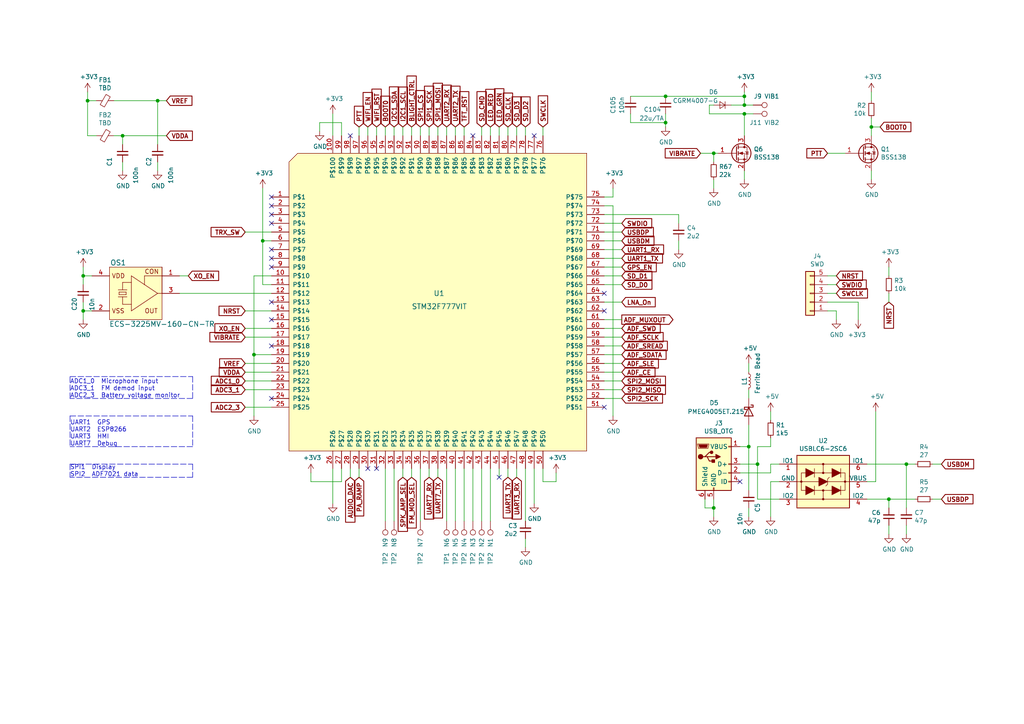
<source format=kicad_sch>
(kicad_sch (version 20211123) (generator eeschema)
  (paper "A4")
  (title_block (title "Microcontroller") (comment 3 "Author: DB9MAT Mathis, SO3ALG Nikoloz, SP5WWP Wojciech") (comment 4 "TR-9 Open Source Digital Radio"))
  (junction (at 262.89 134.62))
  (junction (at 215.9 33.02))
  (junction (at 215.9 27.94))
  (junction (at 35.56 39.37))
  (junction (at 24.13 90.17))
  (junction (at 45.72 29.21))
  (junction (at 193.04 27.94))
  (junction (at 73.66 102.87))
  (junction (at 207.01 44.45))
  (junction (at 24.13 80.01))
  (junction (at 25.4 29.21))
  (junction (at 252.73 36.83))
  (junction (at 76.2 69.85))
  (junction (at 215.9 30.48))
  (junction (at 207.01 147.32))
  (junction (at 219.71 134.62))
  (junction (at 257.81 144.78))
  (junction (at 217.17 129.54))
  (junction (at 193.04 35.56))
  (no_connect (at 78.74 59.69))
  (no_connect (at 78.74 72.39))
  (no_connect (at 78.74 92.71))
  (no_connect (at 175.26 90.17))
  (no_connect (at 175.26 118.11))
  (no_connect (at 101.6 39.37))
  (no_connect (at 78.74 77.47))
  (no_connect (at 78.74 74.93))
  (no_connect (at 78.74 100.33))
  (no_connect (at 144.78 138.43))
  (no_connect (at 175.26 85.09))
  (no_connect (at 137.16 39.37))
  (no_connect (at 154.94 39.37))
  (no_connect (at 78.74 57.15))
  (no_connect (at 78.74 115.57))
  (no_connect (at 78.74 87.63))
  (no_connect (at 214.63 139.7))
  (no_connect (at 109.22 135.89))
  (no_connect (at 78.74 64.77))
  (no_connect (at 106.68 135.89))
  (no_connect (at 78.74 62.23))
  (wire (pts (xy 35.56 39.37) (xy 48.26 39.37)))
  (wire (pts (xy 99.06 39.37) (xy 99.06 35.56)))
  (wire (pts (xy 99.06 135.89) (xy 99.06 139.7)))
  (wire (pts (xy 175.26 100.33) (xy 180.34 100.33)))
  (wire (pts (xy 182.88 33.02) (xy 182.88 35.56)))
  (wire (pts (xy 71.12 113.03) (xy 78.74 113.03)))
  (wire (pts (xy 175.26 74.93) (xy 180.34 74.93)))
  (wire (pts (xy 175.26 102.87) (xy 180.34 102.87)))
  (wire (pts (xy 251.46 144.78) (xy 257.81 144.78)))
  (wire (pts (xy 25.4 39.37) (xy 27.94 39.37)))
  (wire (pts (xy 161.29 139.7) (xy 161.29 137.16)))
  (wire (pts (xy 25.4 29.21) (xy 25.4 39.37)))
  (wire (pts (xy 157.48 135.89) (xy 157.48 139.7)))
  (wire (pts (xy 193.04 35.56) (xy 193.04 36.83)))
  (wire (pts (xy 101.6 135.89) (xy 101.6 138.43)))
  (wire (pts (xy 119.38 138.43) (xy 119.38 135.89)))
  (wire (pts (xy 144.78 138.43) (xy 144.78 135.89)))
  (wire (pts (xy 149.86 135.89) (xy 149.86 138.43)))
  (wire (pts (xy 71.12 90.17) (xy 78.74 90.17)))
  (wire (pts (xy 217.17 129.54) (xy 217.17 142.24)))
  (wire (pts (xy 252.73 34.29) (xy 252.73 36.83)))
  (wire (pts (xy 217.17 123.19) (xy 217.17 129.54)))
  (wire (pts (xy 73.66 102.87) (xy 78.74 102.87)))
  (polyline (pts (xy 55.88 115.57) (xy 20.32 115.57)))
  (polyline (pts (xy 55.88 120.65) (xy 55.88 129.54)))
  (wire (pts (xy 215.9 30.48) (xy 215.9 27.94)))
  (wire (pts (xy 142.24 135.89) (xy 142.24 151.13)))
  (wire (pts (xy 157.48 36.83) (xy 157.48 39.37)))
  (wire (pts (xy 152.4 135.89) (xy 152.4 151.13)))
  (wire (pts (xy 129.54 135.89) (xy 129.54 151.13)))
  (wire (pts (xy 223.52 137.16) (xy 214.63 137.16)))
  (wire (pts (xy 251.46 139.7) (xy 254 139.7)))
  (wire (pts (xy 177.8 57.15) (xy 177.8 54.61)))
  (wire (pts (xy 71.12 105.41) (xy 78.74 105.41)))
  (wire (pts (xy 154.94 135.89) (xy 154.94 146.05)))
  (wire (pts (xy 240.03 82.55) (xy 242.57 82.55)))
  (wire (pts (xy 215.9 27.94) (xy 193.04 27.94)))
  (wire (pts (xy 78.74 80.01) (xy 73.66 80.01)))
  (wire (pts (xy 251.46 134.62) (xy 262.89 134.62)))
  (wire (pts (xy 223.52 139.7) (xy 223.52 149.86)))
  (wire (pts (xy 142.24 36.83) (xy 142.24 39.37)))
  (wire (pts (xy 204.47 147.32) (xy 207.01 147.32)))
  (wire (pts (xy 99.06 139.7) (xy 90.17 139.7)))
  (wire (pts (xy 121.92 36.83) (xy 121.92 39.37)))
  (wire (pts (xy 245.11 44.45) (xy 240.03 44.45)))
  (wire (pts (xy 257.81 85.09) (xy 257.81 87.63)))
  (wire (pts (xy 175.26 80.01) (xy 180.34 80.01)))
  (wire (pts (xy 196.85 62.23) (xy 196.85 64.77)))
  (wire (pts (xy 134.62 36.83) (xy 134.62 39.37)))
  (wire (pts (xy 214.63 129.54) (xy 217.17 129.54)))
  (wire (pts (xy 175.26 69.85) (xy 180.34 69.85)))
  (wire (pts (xy 252.73 49.53) (xy 252.73 52.07)))
  (wire (pts (xy 99.06 35.56) (xy 92.71 35.56)))
  (wire (pts (xy 223.52 119.38) (xy 223.52 121.92)))
  (wire (pts (xy 134.62 135.89) (xy 134.62 151.13)))
  (wire (pts (xy 219.71 134.62) (xy 219.71 129.54)))
  (wire (pts (xy 54.61 80.01) (xy 52.07 80.01)))
  (wire (pts (xy 175.26 57.15) (xy 177.8 57.15)))
  (wire (pts (xy 157.48 139.7) (xy 161.29 139.7)))
  (wire (pts (xy 205.74 30.48) (xy 205.74 33.02)))
  (wire (pts (xy 207.01 147.32) (xy 207.01 149.86)))
  (wire (pts (xy 219.71 144.78) (xy 226.06 144.78)))
  (wire (pts (xy 223.52 134.62) (xy 223.52 137.16)))
  (wire (pts (xy 219.71 129.54) (xy 223.52 129.54)))
  (wire (pts (xy 104.14 138.43) (xy 104.14 135.89)))
  (wire (pts (xy 71.12 118.11) (xy 78.74 118.11)))
  (polyline (pts (xy 20.32 109.22) (xy 55.88 109.22)))
  (wire (pts (xy 109.22 36.83) (xy 109.22 39.37)))
  (wire (pts (xy 215.9 33.02) (xy 218.44 33.02)))
  (wire (pts (xy 242.57 90.17) (xy 242.57 92.71)))
  (wire (pts (xy 35.56 39.37) (xy 35.56 41.91)))
  (wire (pts (xy 78.74 95.25) (xy 71.12 95.25)))
  (wire (pts (xy 127 36.83) (xy 127 39.37)))
  (polyline (pts (xy 20.32 120.65) (xy 20.32 129.54)))
  (wire (pts (xy 90.17 139.7) (xy 90.17 137.16)))
  (wire (pts (xy 124.46 138.43) (xy 124.46 135.89)))
  (wire (pts (xy 223.52 129.54) (xy 223.52 127)))
  (wire (pts (xy 24.13 77.47) (xy 24.13 80.01)))
  (wire (pts (xy 175.26 95.25) (xy 180.34 95.25)))
  (wire (pts (xy 121.92 135.89) (xy 121.92 151.13)))
  (wire (pts (xy 262.89 134.62) (xy 265.43 134.62)))
  (wire (pts (xy 205.74 33.02) (xy 215.9 33.02)))
  (wire (pts (xy 78.74 67.31) (xy 71.12 67.31)))
  (wire (pts (xy 24.13 80.01) (xy 26.67 80.01)))
  (wire (pts (xy 71.12 107.95) (xy 78.74 107.95)))
  (wire (pts (xy 215.9 33.02) (xy 215.9 39.37)))
  (wire (pts (xy 175.26 115.57) (xy 180.34 115.57)))
  (wire (pts (xy 132.08 36.83) (xy 132.08 39.37)))
  (wire (pts (xy 217.17 147.32) (xy 217.17 149.86)))
  (wire (pts (xy 217.17 107.95) (xy 217.17 105.41)))
  (wire (pts (xy 24.13 90.17) (xy 24.13 92.71)))
  (wire (pts (xy 175.26 82.55) (xy 180.34 82.55)))
  (wire (pts (xy 96.52 135.89) (xy 96.52 146.05)))
  (wire (pts (xy 25.4 26.67) (xy 25.4 29.21)))
  (wire (pts (xy 207.01 144.78) (xy 207.01 147.32)))
  (wire (pts (xy 226.06 139.7) (xy 223.52 139.7)))
  (wire (pts (xy 119.38 36.83) (xy 119.38 39.37)))
  (wire (pts (xy 139.7 135.89) (xy 139.7 151.13)))
  (wire (pts (xy 240.03 90.17) (xy 242.57 90.17)))
  (wire (pts (xy 257.81 77.47) (xy 257.81 80.01)))
  (wire (pts (xy 71.12 110.49) (xy 78.74 110.49)))
  (wire (pts (xy 254 139.7) (xy 254 119.38)))
  (wire (pts (xy 262.89 152.4) (xy 262.89 154.94)))
  (wire (pts (xy 257.81 144.78) (xy 257.81 147.32)))
  (wire (pts (xy 175.26 67.31) (xy 180.34 67.31)))
  (wire (pts (xy 207.01 44.45) (xy 208.28 44.45)))
  (polyline (pts (xy 20.32 134.62) (xy 55.88 134.62)))
  (wire (pts (xy 129.54 36.83) (xy 129.54 39.37)))
  (wire (pts (xy 207.01 30.48) (xy 205.74 30.48)))
  (wire (pts (xy 240.03 87.63) (xy 248.92 87.63)))
  (polyline (pts (xy 20.32 120.65) (xy 55.88 120.65)))
  (wire (pts (xy 147.32 36.83) (xy 147.32 39.37)))
  (wire (pts (xy 175.26 72.39) (xy 180.34 72.39)))
  (wire (pts (xy 175.26 107.95) (xy 180.34 107.95)))
  (wire (pts (xy 111.76 135.89) (xy 111.76 151.13)))
  (wire (pts (xy 127 138.43) (xy 127 135.89)))
  (wire (pts (xy 217.17 115.57) (xy 217.17 113.03)))
  (wire (pts (xy 219.71 134.62) (xy 219.71 144.78)))
  (wire (pts (xy 35.56 46.99) (xy 35.56 49.53)))
  (wire (pts (xy 240.03 80.01) (xy 242.57 80.01)))
  (wire (pts (xy 207.01 46.99) (xy 207.01 44.45)))
  (wire (pts (xy 73.66 102.87) (xy 73.66 120.65)))
  (wire (pts (xy 111.76 36.83) (xy 111.76 39.37)))
  (wire (pts (xy 33.02 29.21) (xy 45.72 29.21)))
  (wire (pts (xy 26.67 90.17) (xy 24.13 90.17)))
  (wire (pts (xy 116.84 138.43) (xy 116.84 135.89)))
  (wire (pts (xy 180.34 97.79) (xy 175.26 97.79)))
  (wire (pts (xy 76.2 82.55) (xy 78.74 82.55)))
  (wire (pts (xy 175.26 62.23) (xy 196.85 62.23)))
  (wire (pts (xy 175.26 110.49) (xy 180.34 110.49)))
  (wire (pts (xy 180.34 77.47) (xy 175.26 77.47)))
  (polyline (pts (xy 20.32 134.62) (xy 20.32 138.43)))
  (wire (pts (xy 152.4 36.83) (xy 152.4 39.37)))
  (polyline (pts (xy 55.88 138.43) (xy 20.32 138.43)))
  (wire (pts (xy 240.03 85.09) (xy 242.57 85.09)))
  (wire (pts (xy 76.2 69.85) (xy 76.2 54.61)))
  (wire (pts (xy 73.66 80.01) (xy 73.66 102.87)))
  (wire (pts (xy 114.3 36.83) (xy 114.3 39.37)))
  (wire (pts (xy 78.74 69.85) (xy 76.2 69.85)))
  (wire (pts (xy 45.72 46.99) (xy 45.72 49.53)))
  (wire (pts (xy 180.34 105.41) (xy 175.26 105.41)))
  (wire (pts (xy 180.34 87.63) (xy 175.26 87.63)))
  (polyline (pts (xy 55.88 129.54) (xy 20.32 129.54)))
  (wire (pts (xy 96.52 39.37) (xy 96.52 33.02)))
  (wire (pts (xy 149.86 36.83) (xy 149.86 39.37)))
  (wire (pts (xy 204.47 144.78) (xy 204.47 147.32)))
  (wire (pts (xy 76.2 69.85) (xy 76.2 82.55)))
  (wire (pts (xy 257.81 152.4) (xy 257.81 154.94)))
  (wire (pts (xy 147.32 135.89) (xy 147.32 138.43)))
  (polyline (pts (xy 55.88 109.22) (xy 55.88 115.57)))
  (wire (pts (xy 175.26 92.71) (xy 180.34 92.71)))
  (wire (pts (xy 182.88 35.56) (xy 193.04 35.56)))
  (polyline (pts (xy 20.32 115.57) (xy 20.32 109.22)))
  (wire (pts (xy 270.51 144.78) (xy 273.05 144.78)))
  (wire (pts (xy 196.85 69.85) (xy 196.85 72.39)))
  (wire (pts (xy 193.04 33.02) (xy 193.04 35.56)))
  (wire (pts (xy 257.81 144.78) (xy 265.43 144.78)))
  (wire (pts (xy 24.13 82.55) (xy 24.13 80.01)))
  (wire (pts (xy 223.52 134.62) (xy 226.06 134.62)))
  (wire (pts (xy 215.9 49.53) (xy 215.9 52.07)))
  (wire (pts (xy 124.46 36.83) (xy 124.46 39.37)))
  (wire (pts (xy 45.72 29.21) (xy 48.26 29.21)))
  (wire (pts (xy 248.92 92.71) (xy 248.92 87.63)))
  (wire (pts (xy 106.68 36.83) (xy 106.68 39.37)))
  (wire (pts (xy 262.89 134.62) (xy 262.89 147.32)))
  (wire (pts (xy 203.2 44.45) (xy 207.01 44.45)))
  (wire (pts (xy 212.09 30.48) (xy 215.9 30.48)))
  (wire (pts (xy 25.4 29.21) (xy 27.94 29.21)))
  (wire (pts (xy 207.01 52.07) (xy 207.01 54.61)))
  (wire (pts (xy 252.73 26.67) (xy 252.73 29.21)))
  (wire (pts (xy 177.8 59.69) (xy 177.8 120.65)))
  (wire (pts (xy 52.07 85.09) (xy 78.74 85.09)))
  (wire (pts (xy 116.84 36.83) (xy 116.84 39.37)))
  (wire (pts (xy 175.26 59.69) (xy 177.8 59.69)))
  (wire (pts (xy 24.13 87.63) (xy 24.13 90.17)))
  (wire (pts (xy 45.72 29.21) (xy 45.72 41.91)))
  (wire (pts (xy 175.26 113.03) (xy 180.34 113.03)))
  (wire (pts (xy 33.02 39.37) (xy 35.56 39.37)))
  (wire (pts (xy 175.26 64.77) (xy 180.34 64.77)))
  (wire (pts (xy 252.73 36.83) (xy 252.73 39.37)))
  (wire (pts (xy 219.71 134.62) (xy 214.63 134.62)))
  (wire (pts (xy 114.3 135.89) (xy 114.3 151.13)))
  (wire (pts (xy 137.16 151.13) (xy 137.16 135.89)))
  (wire (pts (xy 92.71 35.56) (xy 92.71 38.1)))
  (wire (pts (xy 104.14 36.83) (xy 104.14 39.37)))
  (wire (pts (xy 139.7 36.83) (xy 139.7 39.37)))
  (wire (pts (xy 255.27 36.83) (xy 252.73 36.83)))
  (wire (pts (xy 215.9 27.94) (xy 215.9 26.67)))
  (wire (pts (xy 132.08 135.89) (xy 132.08 151.13)))
  (wire (pts (xy 218.44 30.48) (xy 215.9 30.48)))
  (wire (pts (xy 71.12 97.79) (xy 78.74 97.79)))
  (wire (pts (xy 193.04 27.94) (xy 182.88 27.94)))
  (wire (pts (xy 152.4 156.21) (xy 152.4 158.75)))
  (wire (pts (xy 270.51 134.62) (xy 273.05 134.62)))
  (wire (pts (xy 144.78 36.83) (xy 144.78 39.37)))
  (polyline (pts (xy 55.88 134.62) (xy 55.88 138.43)))
  (text "UART1  GPS\nUART2  ESP8266\nUART3  HMI\nUART7  Debug" (at 20.32 129.54 0) (effects (font (size 1.27 1.27)) (justify left bottom)))
  (text "ADC1_0  Microphone input\nADC3_1  FM demod input\nADC2_3  Battery voltage monitor" (at 20.32 115.57 0) (effects (font (size 1.27 1.27)) (justify left bottom)))
  (text "SPI1  Display\nSPI2  ADF7021 data" (at 20.32 138.43 0) (effects (font (size 1.27 1.27)) (justify left bottom)))
  (global_label "NRST" (shape input) (at 71.12 90.17 180) (effects (font (thickness 0.254) bold)) (property "Intersheet References" "${INTERSHEET_REFS}" (effects hide)))
  (global_label "ADF_MUXOUT" (shape output) (at 180.34 92.71 0) (effects (font (thickness 0.254) bold)) (property "Intersheet References" "${INTERSHEET_REFS}" (effects hide)))
  (global_label "BOOT0" (shape input) (at 111.76 36.83 90) (effects (font (thickness 0.254) bold)) (property "Intersheet References" "${INTERSHEET_REFS}" (effects hide)))
  (global_label "I2C1_SCL" (shape input) (at 116.84 36.83 90) (effects (font (thickness 0.254) bold)) (property "Intersheet References" "${INTERSHEET_REFS}" (effects hide)))
  (global_label "PTT" (shape input) (at 240.03 44.45 180) (effects (font (thickness 0.254) bold)) (property "Intersheet References" "${INTERSHEET_REFS}" (effects hide)))
  (global_label "UART1_TX" (shape input) (at 180.34 74.93 0) (effects (font (thickness 0.254) bold)) (property "Intersheet References" "${INTERSHEET_REFS}" (effects hide)))
  (global_label "I2C1_SDA" (shape input) (at 114.3 36.83 90) (effects (font (thickness 0.254) bold)) (property "Intersheet References" "${INTERSHEET_REFS}" (effects hide)))
  (global_label "SPI2_MOSI" (shape input) (at 180.34 110.49 0) (effects (font (thickness 0.254) bold)) (property "Intersheet References" "${INTERSHEET_REFS}" (effects hide)))
  (global_label "ADC1_0" (shape input) (at 71.12 110.49 180) (effects (font (thickness 0.254) bold)) (property "Intersheet References" "${INTERSHEET_REFS}" (effects hide)))
  (global_label "SPK_AMP_SEL" (shape input) (at 116.84 138.43 270) (effects (font (thickness 0.254) bold)) (property "Intersheet References" "${INTERSHEET_REFS}" (effects hide)))
  (global_label "WIFI_RST" (shape input) (at 109.22 36.83 90) (effects (font (thickness 0.254) bold)) (property "Intersheet References" "${INTERSHEET_REFS}" (effects hide)))
  (global_label "XO_EN" (shape input) (at 71.12 95.25 180) (effects (font (thickness 0.254) bold)) (property "Intersheet References" "${INTERSHEET_REFS}" (effects hide)))
  (global_label "USBDM" (shape input) (at 273.05 134.62 0) (effects (font (thickness 0.254) bold)) (property "Intersheet References" "${INTERSHEET_REFS}" (effects hide)))
  (global_label "PTT" (shape input) (at 104.14 36.83 90) (effects (font (thickness 0.254) bold)) (property "Intersheet References" "${INTERSHEET_REFS}" (effects hide)))
  (global_label "SPI1_MOSI" (shape input) (at 127 36.83 90) (effects (font (thickness 0.254) bold)) (property "Intersheet References" "${INTERSHEET_REFS}" (effects hide)))
  (global_label "TFT_RST" (shape input) (at 134.62 36.83 90) (effects (font (thickness 0.254) bold)) (property "Intersheet References" "${INTERSHEET_REFS}" (effects hide)))
  (global_label "SWDIO" (shape input) (at 242.57 82.55 0) (effects (font (thickness 0.254) bold)) (property "Intersheet References" "${INTERSHEET_REFS}" (effects hide)))
  (global_label "LED_GRN" (shape input) (at 144.78 36.83 90) (effects (font (thickness 0.254) bold)) (property "Intersheet References" "${INTERSHEET_REFS}" (effects hide)))
  (global_label "SPI2_MISO" (shape input) (at 180.34 113.03 0) (effects (font (thickness 0.254) bold)) (property "Intersheet References" "${INTERSHEET_REFS}" (effects hide)))
  (global_label "FM_MOD_SEL" (shape input) (at 119.38 138.43 270) (effects (font (thickness 0.254) bold)) (property "Intersheet References" "${INTERSHEET_REFS}" (effects hide)))
  (global_label "SD_D2" (shape input) (at 152.4 36.83 90) (effects (font (thickness 0.254) bold)) (property "Intersheet References" "${INTERSHEET_REFS}" (effects hide)))
  (global_label "SD_D0" (shape input) (at 180.34 82.55 0) (effects (font (thickness 0.254) bold)) (property "Intersheet References" "${INTERSHEET_REFS}" (effects hide)))
  (global_label "WIFI_EN" (shape input) (at 106.68 36.83 90) (effects (font (thickness 0.254) bold)) (property "Intersheet References" "${INTERSHEET_REFS}" (effects hide)))
  (global_label "UART2_RX" (shape input) (at 129.54 36.83 90) (effects (font (thickness 0.254) bold)) (property "Intersheet References" "${INTERSHEET_REFS}" (effects hide)))
  (global_label "SWCLK" (shape input) (at 242.57 85.09 0) (effects (font (thickness 0.254) bold)) (property "Intersheet References" "${INTERSHEET_REFS}" (effects hide)))
  (global_label "UART7_RX" (shape input) (at 124.46 138.43 270) (effects (font (thickness 0.254) bold)) (property "Intersheet References" "${INTERSHEET_REFS}" (effects hide)))
  (global_label "NRST" (shape input) (at 242.57 80.01 0) (effects (font (thickness 0.254) bold)) (property "Intersheet References" "${INTERSHEET_REFS}" (effects hide)))
  (global_label "SPI1_CS" (shape input) (at 121.92 36.83 90) (effects (font (thickness 0.254) bold)) (property "Intersheet References" "${INTERSHEET_REFS}" (effects hide)))
  (global_label "NRST" (shape input) (at 257.81 87.63 270) (effects (font (thickness 0.254) bold)) (property "Intersheet References" "${INTERSHEET_REFS}" (effects hide)))
  (global_label "ADF_SWD" (shape input) (at 180.34 95.25 0) (effects (font (thickness 0.254) bold)) (property "Intersheet References" "${INTERSHEET_REFS}" (effects hide)))
  (global_label "SPI1_SCK" (shape input) (at 124.46 36.83 90) (effects (font (thickness 0.254) bold)) (property "Intersheet References" "${INTERSHEET_REFS}" (effects hide)))
  (global_label "VDDA" (shape input) (at 71.12 107.95 180) (effects (font (thickness 0.254) bold)) (property "Intersheet References" "${INTERSHEET_REFS}" (effects hide)))
  (global_label "AUDIO_DAC" (shape input) (at 101.6 138.43 270) (effects (font (thickness 0.254) bold)) (property "Intersheet References" "${INTERSHEET_REFS}" (effects hide)))
  (global_label "VDDA" (shape input) (at 48.26 39.37 0) (effects (font (thickness 0.254) bold)) (property "Intersheet References" "${INTERSHEET_REFS}" (effects hide)))
  (global_label "SD_CLK" (shape input) (at 147.32 36.83 90) (effects (font (thickness 0.254) bold)) (property "Intersheet References" "${INTERSHEET_REFS}" (effects hide)))
  (global_label "VIBRATE" (shape input) (at 203.2 44.45 180) (effects (font (thickness 0.254) bold)) (property "Intersheet References" "${INTERSHEET_REFS}" (effects hide)))
  (global_label "SD_CMD" (shape input) (at 139.7 36.83 90) (effects (font (thickness 0.254) bold)) (property "Intersheet References" "${INTERSHEET_REFS}" (effects hide)))
  (global_label "ADF_SDATA" (shape input) (at 180.34 102.87 0) (effects (font (thickness 0.254) bold)) (property "Intersheet References" "${INTERSHEET_REFS}" (effects hide)))
  (global_label "SD_D3" (shape input) (at 149.86 36.83 90) (effects (font (thickness 0.254) bold)) (property "Intersheet References" "${INTERSHEET_REFS}" (effects hide)))
  (global_label "SD_D1" (shape input) (at 180.34 80.01 0) (effects (font (thickness 0.254) bold)) (property "Intersheet References" "${INTERSHEET_REFS}" (effects hide)))
  (global_label "GPS_EN" (shape input) (at 180.34 77.47 0) (effects (font (thickness 0.254) bold)) (property "Intersheet References" "${INTERSHEET_REFS}" (effects hide)))
  (global_label "UART2_TX" (shape input) (at 132.08 36.83 90) (effects (font (thickness 0.254) bold)) (property "Intersheet References" "${INTERSHEET_REFS}" (effects hide)))
  (global_label "VREF" (shape input) (at 48.26 29.21 0) (effects (font (thickness 0.254) bold)) (property "Intersheet References" "${INTERSHEET_REFS}" (effects hide)))
  (global_label "USBDM" (shape input) (at 180.34 69.85 0) (effects (font (thickness 0.254) bold)) (property "Intersheet References" "${INTERSHEET_REFS}" (effects hide)))
  (global_label "SWDIO" (shape input) (at 180.34 64.77 0) (effects (font (thickness 0.254) bold)) (property "Intersheet References" "${INTERSHEET_REFS}" (effects hide)))
  (global_label "USBDP" (shape input) (at 180.34 67.31 0) (effects (font (thickness 0.254) bold)) (property "Intersheet References" "${INTERSHEET_REFS}" (effects hide)))
  (global_label "UART1_RX" (shape input) (at 180.34 72.39 0) (effects (font (thickness 0.254) bold)) (property "Intersheet References" "${INTERSHEET_REFS}" (effects hide)))
  (global_label "ADF_SREAD" (shape input) (at 180.34 100.33 0) (effects (font (thickness 0.254) bold)) (property "Intersheet References" "${INTERSHEET_REFS}" (effects hide)))
  (global_label "VIBRATE" (shape input) (at 71.12 97.79 180) (effects (font (thickness 0.254) bold)) (property "Intersheet References" "${INTERSHEET_REFS}" (effects hide)))
  (global_label "VREF" (shape input) (at 71.12 105.41 180) (effects (font (thickness 0.254) bold)) (property "Intersheet References" "${INTERSHEET_REFS}" (effects hide)))
  (global_label "XO_EN" (shape input) (at 54.61 80.01 0) (effects (font (thickness 0.254) bold)) (property "Intersheet References" "${INTERSHEET_REFS}" (effects hide)))
  (global_label "ADF_SLE" (shape input) (at 180.34 105.41 0) (effects (font (thickness 0.254) bold)) (property "Intersheet References" "${INTERSHEET_REFS}" (effects hide)))
  (global_label "USBDP" (shape input) (at 273.05 144.78 0) (effects (font (thickness 0.254) bold)) (property "Intersheet References" "${INTERSHEET_REFS}" (effects hide)))
  (global_label "ADC2_3" (shape input) (at 71.12 118.11 180) (effects (font (thickness 0.254) bold)) (property "Intersheet References" "${INTERSHEET_REFS}" (effects hide)))
  (global_label "ADF_CE" (shape input) (at 180.34 107.95 0) (effects (font (thickness 0.254) bold)) (property "Intersheet References" "${INTERSHEET_REFS}" (effects hide)))
  (global_label "TRX_SW" (shape input) (at 71.12 67.31 180) (effects (font (thickness 0.254) bold)) (property "Intersheet References" "${INTERSHEET_REFS}" (effects hide)))
  (global_label "UART3_RX" (shape input) (at 149.86 138.43 270) (effects (font (thickness 0.254) bold)) (property "Intersheet References" "${INTERSHEET_REFS}" (effects hide)))
  (global_label "SWCLK" (shape input) (at 157.48 36.83 90) (effects (font (thickness 0.254) bold)) (property "Intersheet References" "${INTERSHEET_REFS}" (effects hide)))
  (global_label "LNA_On" (shape input) (at 180.34 87.63 0) (effects (font (thickness 0.254) bold)) (property "Intersheet References" "${INTERSHEET_REFS}" (effects hide)))
  (global_label "LED_RED" (shape input) (at 142.24 36.83 90) (effects (font (thickness 0.254) bold)) (property "Intersheet References" "${INTERSHEET_REFS}" (effects hide)))
  (global_label "ADF_SCLK" (shape input) (at 180.34 97.79 0) (effects (font (thickness 0.254) bold)) (property "Intersheet References" "${INTERSHEET_REFS}" (effects hide)))
  (global_label "UART3_TX" (shape input) (at 147.32 138.43 270) (effects (font (thickness 0.254) bold)) (property "Intersheet References" "${INTERSHEET_REFS}" (effects hide)))
  (global_label "BLIGHT_CTRL" (shape input) (at 119.38 36.83 90) (effects (font (thickness 0.254) bold)) (property "Intersheet References" "${INTERSHEET_REFS}" (effects hide)))
  (global_label "PA_RAMP" (shape input) (at 104.14 138.43 270) (effects (font (thickness 0.254) bold)) (property "Intersheet References" "${INTERSHEET_REFS}" (effects hide)))
  (global_label "UART7_TX" (shape input) (at 127 138.43 270) (effects (font (thickness 0.254) bold)) (property "Intersheet References" "${INTERSHEET_REFS}" (effects hide)))
  (global_label "SPI2_SCK" (shape input) (at 180.34 115.57 0) (effects (font (thickness 0.254) bold)) (property "Intersheet References" "${INTERSHEET_REFS}" (effects hide)))
  (global_label "ADC3_1" (shape input) (at 71.12 113.03 180) (effects (font (thickness 0.254) bold)) (property "Intersheet References" "${INTERSHEET_REFS}" (effects hide)))
  (global_label "BOOT0" (shape input) (at 255.27 36.83 0) (effects (font (thickness 0.254) bold)) (property "Intersheet References" "${INTERSHEET_REFS}" (effects hide)))
  (symbol (lib_id "Mainboard-rescue:Ferrite_Bead_Small-device") (at 30.48 29.21 270) (unit 1)
    (property "Reference" "FB1" (at 30.48 23.1902 90))
    (property "Value" "TBD" (at 30.48 25.5016 90))
    (property "Footprint" "Inductor_SMD:L_0603_1608Metric" (effects hide))
  )
  (symbol (lib_id "Mainboard-rescue:Ferrite_Bead_Small-device") (at 30.48 39.37 270) (unit 1)
    (property "Reference" "FB2" (at 30.48 33.3502 90))
    (property "Value" "TBD" (at 30.48 35.6616 90))
    (property "Footprint" "Inductor_SMD:L_0603_1608Metric" (effects hide))
  )
  (symbol (lib_id "Mainboard-rescue:C_Small-device") (at 35.56 44.45 0) (unit 1)
    (property "Reference" "C1" (at 31.75 48.26 90) (effects (justify left)))
    (property "Value" "100n" (at 39.37 53.34 90) (effects (justify left)))
    (property "Footprint" "Capacitor_SMD:C_0603_1608Metric" (effects hide))
    (property "Voltage" "50" (effects hide))
    (property "Tolerance" "10" (effects hide))
    (property "TempCoef" "X7R" (effects hide))
  )
  (symbol (lib_id "Mainboard-rescue:C_Small-device") (at 45.72 44.45 0) (unit 1)
    (property "Reference" "C2" (at 43.18 48.26 90) (effects (justify left)))
    (property "Value" "100n" (at 49.53 53.34 90) (effects (justify left)))
    (property "Footprint" "Capacitor_SMD:C_0603_1608Metric" (effects hide))
    (property "Voltage" "50" (effects hide))
    (property "Tolerance" "10" (effects hide))
    (property "TempCoef" "X7R" (effects hide))
  )
  (symbol (lib_id "power:GND") (at 35.56 49.53 0) (unit 1)
    (property "Reference" "#PWR04" (effects hide))
    (property "Value" "GND" (at 35.687 53.9242 0))
  )
  (symbol (lib_id "power:+3V3") (at 25.4 26.67 0) (unit 1)
    (property "Reference" "#PWR03" (effects hide))
    (property "Value" "+3V3" (at 25.781 22.2758 0))
  )
  (symbol (lib_id "power:GND") (at 45.72 49.53 0) (unit 1)
    (property "Reference" "#PWR05" (effects hide))
    (property "Value" "GND" (at 45.847 53.9242 0))
  )
  (symbol (lib_id "TR-9:ECS-3225MV-160-CN-TR") (at 39.37 85.09 0) (unit 1)
    (property "Reference" "OS1" (at 34.29 76.2 0) (effects (font (size 1.4986 1.4986))))
    (property "Value" "ECS-3225MV-160-CN-TR" (at 46.99 93.98 0) (effects (font (size 1.4986 1.4986))))
    (property "Footprint" "TR-9:ECS-3225-MV-160-CN-TR" (effects hide))
  )
  (symbol (lib_id "power:+3V3") (at 24.13 77.47 0) (unit 1)
    (property "Reference" "#PWR01" (effects hide))
    (property "Value" "+3V3" (at 24.511 73.0758 0))
  )
  (symbol (lib_id "power:GND") (at 24.13 92.71 0) (unit 1)
    (property "Reference" "#PWR02" (effects hide))
    (property "Value" "GND" (at 24.257 97.1042 0))
  )
  (symbol (lib_id "TR-9:STM32F777VIT") (at 127 87.63 0) (unit 1)
    (property "Reference" "U1" (at 125.73 85.09 0) (effects (font (size 1.4986 1.4986)) (justify left)))
    (property "Value" "STM32F777VIT" (at 119.38 88.9 0) (effects (font (size 1.4986 1.4986)) (justify left)))
    (property "Footprint" "Package_QFP:LQFP-100_14x14mm_P0.5mm" (effects hide))
  )
  (symbol (lib_id "power:GND") (at 73.66 120.65 0) (unit 1)
    (property "Reference" "#PWR06" (effects hide))
    (property "Value" "GND" (at 73.787 125.0442 0))
  )
  (symbol (lib_id "power:+3V3") (at 76.2 54.61 0) (unit 1)
    (property "Reference" "#PWR07" (effects hide))
    (property "Value" "+3V3" (at 76.581 50.2158 0))
  )
  (symbol (lib_id "power:+3V3") (at 90.17 137.16 0) (unit 1)
    (property "Reference" "#PWR08" (effects hide))
    (property "Value" "+3V3" (at 90.551 132.7658 0))
  )
  (symbol (lib_id "power:+3V3") (at 161.29 137.16 0) (unit 1)
    (property "Reference" "#PWR014" (effects hide))
    (property "Value" "+3V3" (at 161.671 132.7658 0))
  )
  (symbol (lib_id "Mainboard-rescue:TEST_1P-conn") (at 129.54 151.13 180) (unit 1)
    (property "Reference" "N6" (at 129.54 158.75 90) (effects (justify right)))
    (property "Value" "TP1" (at 129.54 163.83 90) (effects (justify right)))
    (property "Footprint" "TestPoint:TestPoint_Pad_D1.0mm" (effects hide))
  )
  (symbol (lib_id "Mainboard-rescue:TEST_1P-conn") (at 132.08 151.13 0) (mirror x) (unit 1)
    (property "Reference" "N5" (at 132.08 158.75 90) (effects (justify right)))
    (property "Value" "TP2" (at 132.08 163.83 90) (effects (justify right)))
    (property "Footprint" "TestPoint:TestPoint_Pad_D1.0mm" (effects hide))
  )
  (symbol (lib_id "Mainboard-rescue:C_Small-device") (at 152.4 153.67 0) (mirror x) (unit 1)
    (property "Reference" "C3" (at 150.0632 152.5016 0) (effects (justify right)))
    (property "Value" "2u2" (at 150.0632 154.813 0) (effects (justify right)))
    (property "Footprint" "Capacitor_SMD:C_0603_1608Metric" (effects hide))
    (property "Tolerance" "10" (effects hide))
    (property "Voltage" "50" (effects hide))
    (property "TempCoef" "X7R" (effects hide))
  )
  (symbol (lib_id "power:GND") (at 152.4 158.75 0) (unit 1)
    (property "Reference" "#PWR012" (effects hide))
    (property "Value" "GND" (at 152.527 163.1442 0))
  )
  (symbol (lib_id "power:GND") (at 154.94 146.05 0) (unit 1)
    (property "Reference" "#PWR013" (effects hide))
    (property "Value" "GND" (at 155.067 150.4442 0))
  )
  (symbol (lib_id "power:GND") (at 96.52 146.05 0) (unit 1)
    (property "Reference" "#PWR011" (effects hide))
    (property "Value" "GND" (at 96.647 150.4442 0))
  )
  (symbol (lib_id "power:GND") (at 177.8 120.65 0) (unit 1)
    (property "Reference" "#PWR016" (effects hide))
    (property "Value" "GND" (at 177.927 125.0442 0))
  )
  (symbol (lib_id "power:+3V3") (at 177.8 54.61 0) (unit 1)
    (property "Reference" "#PWR015" (effects hide))
    (property "Value" "+3V3" (at 178.181 50.2158 0))
  )
  (symbol (lib_id "Mainboard-rescue:C_Small-device") (at 196.85 67.31 180) (unit 1)
    (property "Reference" "C4" (at 199.1868 66.1416 0) (effects (justify right)))
    (property "Value" "2u2" (at 199.1868 68.453 0) (effects (justify right)))
    (property "Footprint" "Capacitor_SMD:C_0603_1608Metric" (effects hide))
    (property "Tolerance" "10" (effects hide))
    (property "Voltage" "50" (effects hide))
    (property "TempCoef" "X7R" (effects hide))
  )
  (symbol (lib_id "power:GND") (at 196.85 72.39 0) (unit 1)
    (property "Reference" "#PWR017" (effects hide))
    (property "Value" "GND" (at 196.977 76.7842 0))
  )
  (symbol (lib_id "power:GND") (at 92.71 38.1 0) (unit 1)
    (property "Reference" "#PWR09" (effects hide))
    (property "Value" "GND" (at 92.837 42.4942 0))
  )
  (symbol (lib_id "power:+3V3") (at 96.52 33.02 0) (unit 1)
    (property "Reference" "#PWR010" (effects hide))
    (property "Value" "+3V3" (at 96.901 28.6258 0))
  )
  (symbol (lib_id "Mainboard-rescue:USB_OTG-conn") (at 207.01 134.62 0) (unit 1)
    (property "Reference" "J3" (at 208.4578 122.7582 0))
    (property "Value" "USB_OTG" (at 208.4578 125.0696 0))
    (property "Footprint" "Connector_USB:USB_Mini-B_Wuerth_65100516121_Horizontal" (effects hide))
  )
  (symbol (lib_id "Mainboard-rescue:USBLC6-2SC6-ESD_Protection") (at 238.76 139.7 0) (unit 1)
    (property "Reference" "U2" (at 238.76 127.8382 0))
    (property "Value" "USBLC6-2SC6" (at 238.76 130.1496 0))
    (property "Footprint" "Package_TO_SOT_SMD:SOT-23-6" (effects hide))
    (property "Datasheet" "http://www2.st.com/resource/en/datasheet/CD00050750.pdf" (effects hide))
  )
  (symbol (lib_id "power:GND") (at 223.52 149.86 0) (unit 1)
    (property "Reference" "#PWR022" (effects hide))
    (property "Value" "GND" (at 223.647 154.2542 0))
  )
  (symbol (lib_id "Mainboard-rescue:R_Small-device") (at 257.81 82.55 0) (unit 1)
    (property "Reference" "R3" (at 259.3086 81.3816 0) (effects (justify left)))
    (property "Value" "10k" (at 259.3086 83.693 0) (effects (justify left)))
    (property "Footprint" "Resistor_SMD:R_0603_1608Metric" (effects hide))
    (property "Power" "0.125" (effects hide))
    (property "Tolerance" "5" (effects hide))
  )
  (symbol (lib_id "power:GND") (at 207.01 149.86 0) (unit 1)
    (property "Reference" "#PWR018" (effects hide))
    (property "Value" "GND" (at 207.137 154.2542 0))
  )
  (symbol (lib_id "power:+3V3") (at 257.81 77.47 0) (unit 1)
    (property "Reference" "#PWR028" (effects hide))
    (property "Value" "+3V3" (at 258.191 73.0758 0))
  )
  (symbol (lib_id "Mainboard-rescue:Conn_01x05-conn") (at 234.95 85.09 180) (unit 1)
    (property "Reference" "J4" (at 237.0328 74.295 0))
    (property "Value" "SWD" (at 237.0328 76.6064 0))
    (property "Footprint" "Connector_PinHeader_1.27mm:PinHeader_1x05_P1.27mm_Vertical" (effects hide))
  )
  (symbol (lib_id "power:+3V3") (at 248.92 92.71 180) (unit 1)
    (property "Reference" "#PWR023" (effects hide))
    (property "Value" "+3V3" (at 248.539 97.1042 0))
  )
  (symbol (lib_id "power:GND") (at 242.57 92.71 0) (unit 1)
    (property "Reference" "#PWR024" (effects hide))
    (property "Value" "GND" (at 242.697 97.1042 0))
  )
  (symbol (lib_id "Mainboard-rescue:L_Small-device") (at 217.17 110.49 0) (unit 1)
    (property "Reference" "L1" (at 215.9 111.76 90) (effects (justify left)))
    (property "Value" "Ferrite Bead" (at 219.71 114.3 90) (effects (justify left)))
    (property "Footprint" "Inductor_SMD:L_0603_1608Metric" (effects hide))
    (property "Partno" "Fair-Rite 2506032217Y2" (effects hide))
  )
  (symbol (lib_id "power:+5V") (at 217.17 105.41 0) (unit 1)
    (property "Reference" "#PWR019" (effects hide))
    (property "Value" "+5V" (at 217.551 101.0158 0))
  )
  (symbol (lib_id "Mainboard-rescue:R_Small-device") (at 223.52 124.46 0) (unit 1)
    (property "Reference" "R1" (at 225.0186 123.2916 0) (effects (justify left)))
    (property "Value" "1k5" (at 225.0186 125.603 0) (effects (justify left)))
    (property "Footprint" "Resistor_SMD:R_0603_1608Metric" (effects hide))
    (property "Power" "0.125" (effects hide))
    (property "Tolerance" "5" (effects hide))
  )
  (symbol (lib_id "power:+5V") (at 223.52 119.38 0) (unit 1)
    (property "Reference" "#PWR021" (effects hide))
    (property "Value" "+5V" (at 223.901 114.9858 0))
  )
  (symbol (lib_id "Mainboard-rescue:C_Small-device") (at 217.17 144.78 0) (mirror x) (unit 1)
    (property "Reference" "C5" (at 219.71 148.59 90) (effects (justify right)))
    (property "Value" "10n " (at 214.63 152.4 90) (effects (justify right)))
    (property "Footprint" "Capacitor_SMD:C_0603_1608Metric" (effects hide))
    (property "Voltage" "50" (effects hide))
    (property "Tolerance" "10" (effects hide))
    (property "TempCoef" "X7R" (effects hide))
  )
  (symbol (lib_id "power:GND") (at 217.17 149.86 0) (unit 1)
    (property "Reference" "#PWR020" (effects hide))
    (property "Value" "GND" (at 217.297 154.2542 0))
  )
  (symbol (lib_id "power:+5V") (at 254 119.38 0) (unit 1)
    (property "Reference" "#PWR027" (effects hide))
    (property "Value" "+5V" (at 254.381 114.9858 0))
  )
  (symbol (lib_id "Mainboard-rescue:C_Small-device") (at 257.81 149.86 0) (mirror x) (unit 1)
    (property "Reference" "C6" (at 255.4732 148.6916 0) (effects (justify right)))
    (property "Value" "47p" (at 255.4732 151.003 0) (effects (justify right)))
    (property "Footprint" "Capacitor_SMD:C_0603_1608Metric" (effects hide))
    (property "Tolerance" "5" (effects hide))
    (property "Voltage" "50" (effects hide))
    (property "TempCoef" "C0G" (effects hide))
  )
  (symbol (lib_id "Mainboard-rescue:C_Small-device") (at 262.89 149.86 180) (unit 1)
    (property "Reference" "C7" (at 265.2268 148.6916 0) (effects (justify right)))
    (property "Value" "47p" (at 265.2268 151.003 0) (effects (justify right)))
    (property "Footprint" "Capacitor_SMD:C_0603_1608Metric" (effects hide))
    (property "Tolerance" "5" (effects hide))
    (property "Voltage" "50" (effects hide))
    (property "TempCoef" "C0G" (effects hide))
  )
  (symbol (lib_id "power:GND") (at 257.81 154.94 0) (unit 1)
    (property "Reference" "#PWR029" (effects hide))
    (property "Value" "GND" (at 257.937 159.3342 0))
  )
  (symbol (lib_id "power:GND") (at 262.89 154.94 0) (unit 1)
    (property "Reference" "#PWR030" (effects hide))
    (property "Value" "GND" (at 263.017 159.3342 0))
  )
  (symbol (lib_id "Mainboard-rescue:R_Small-device") (at 267.97 134.62 270) (unit 1)
    (property "Reference" "R4" (at 267.97 129.6416 90))
    (property "Value" "27" (at 267.97 131.953 90))
    (property "Footprint" "Resistor_SMD:R_0603_1608Metric" (effects hide))
    (property "Power" "0.125" (effects hide))
    (property "Tolerance" "5" (effects hide))
  )
  (symbol (lib_id "Mainboard-rescue:R_Small-device") (at 267.97 144.78 270) (unit 1)
    (property "Reference" "R5" (at 267.97 139.8016 90))
    (property "Value" "27" (at 267.97 142.113 90))
    (property "Footprint" "Resistor_SMD:R_0603_1608Metric" (effects hide))
    (property "Power" "0.125" (effects hide))
    (property "Tolerance" "5" (effects hide))
  )
  (symbol (lib_id "Mainboard-rescue:R_Small-Device") (at 252.73 31.75 0) (mirror x) (unit 1)
    (property "Reference" "R2" (at 251.2314 30.5816 0) (effects (justify right)))
    (property "Value" "10k" (at 251.2314 32.893 0) (effects (justify right)))
    (property "Footprint" "Resistor_SMD:R_0603_1608Metric" (effects hide))
    (property "Power" "0.125" (effects hide))
    (property "Tolerance" "5" (effects hide))
  )
  (symbol (lib_id "power:+3V3") (at 252.73 26.67 0) (unit 1)
    (property "Reference" "#PWR025" (effects hide))
    (property "Value" "+3V3" (at 253.111 22.2758 0))
  )
  (symbol (lib_id "power:GND") (at 252.73 52.07 0) (unit 1)
    (property "Reference" "#PWR026" (effects hide))
    (property "Value" "GND" (at 252.857 56.4642 0))
  )
  (symbol (lib_id "Mainboard-rescue:BSS138-Transistor_FET") (at 250.19 44.45 0) (unit 1)
    (property "Reference" "Q1" (at 255.4224 43.2816 0) (effects (justify left)))
    (property "Value" "BSS138" (at 255.4224 45.593 0) (effects (justify left)))
    (property "Footprint" "Package_TO_SOT_SMD:SOT-23" (effects hide))
    (property "Datasheet" "https://www.fairchildsemi.com/datasheets/BS/BSS138.pdf" (effects hide))
  )
  (symbol (lib_id "Device:D_Schottky") (at 217.17 119.38 270) (unit 1)
    (property "Reference" "D5" (at 205.74 116.84 90) (effects (justify left)))
    (property "Value" "PMEG4005ET.215" (at 199.39 119.38 90) (effects (justify left)))
    (property "Footprint" "TR-9:PMEG4005ET.215" (effects hide))
  )
  (symbol (lib_id "Mainboard-rescue:BSS138-Transistor_FET") (at 213.36 44.45 0) (unit 1)
    (property "Reference" "Q6" (at 218.5924 43.2816 0) (effects (justify left)))
    (property "Value" "BSS138" (at 218.5924 45.593 0) (effects (justify left)))
    (property "Footprint" "Package_TO_SOT_SMD:SOT-23" (effects hide))
    (property "Datasheet" "https://www.fairchildsemi.com/datasheets/BS/BSS138.pdf" (effects hide))
  )
  (symbol (lib_id "power:GND") (at 215.9 52.07 0) (unit 1)
    (property "Reference" "#PWR0197" (effects hide))
    (property "Value" "GND" (at 216.027 56.4642 0))
  )
  (symbol (lib_id "Mainboard-rescue:D_Small-device") (at 209.55 30.48 180) (unit 1)
    (property "Reference" "D6" (at 208.28 26.67 0) (effects (justify left)))
    (property "Value" "CGRM4007-G" (at 208.28 29.21 0) (effects (justify left)))
    (property "Footprint" "Diode_SMD:D_SOD-123" (effects hide))
  )
  (symbol (lib_id "power:+3V3") (at 215.9 26.67 0) (unit 1)
    (property "Reference" "#PWR0198" (effects hide))
    (property "Value" "+3V3" (at 216.281 22.2758 0))
  )
  (symbol (lib_id "Mainboard-rescue:R_Small-device") (at 207.01 49.53 0) (unit 1)
    (property "Reference" "R67" (at 208.5086 48.3616 0) (effects (justify left)))
    (property "Value" "22k" (at 208.5086 50.673 0) (effects (justify left)))
    (property "Footprint" "Resistor_SMD:R_0603_1608Metric" (effects hide))
    (property "Power" "0.125" (effects hide))
    (property "Tolerance" "5" (effects hide))
  )
  (symbol (lib_id "power:GND") (at 207.01 54.61 0) (unit 1)
    (property "Reference" "#PWR0199" (effects hide))
    (property "Value" "GND" (at 207.137 59.0042 0))
  )
  (symbol (lib_id "Mainboard-rescue:TEST_1P-conn") (at 218.44 30.48 270) (mirror x) (unit 1)
    (property "Reference" "J9" (at 220.98 27.94 90) (effects (justify right)))
    (property "Value" "VIB1" (at 226.06 27.94 90) (effects (justify right)))
    (property "Footprint" "TestPoint:TestPoint_Pad_2.0x2.0mm" (effects hide))
  )
  (symbol (lib_id "Mainboard-rescue:TEST_1P-conn") (at 218.44 33.02 270) (mirror x) (unit 1)
    (property "Reference" "J11" (at 220.98 35.56 90) (effects (justify right)))
    (property "Value" "VIB2" (at 226.06 35.56 90) (effects (justify right)))
    (property "Footprint" "TestPoint:TestPoint_Pad_2.0x2.0mm" (effects hide))
  )
  (symbol (lib_id "Mainboard-rescue:C_Small-device") (at 24.13 85.09 0) (mirror x) (unit 1)
    (property "Reference" "C20" (at 21.59 90.17 90) (effects (justify right)))
    (property "Value" "10n " (at 26.67 90.17 90) (effects (justify right)))
    (property "Footprint" "Capacitor_SMD:C_0603_1608Metric" (effects hide))
    (property "Tolerance" "10" (effects hide))
    (property "Voltage" "50" (effects hide))
    (property "TempCoef" "X7R" (effects hide))
  )
  (symbol (lib_id "Mainboard-rescue:TEST_1P-conn") (at 134.62 151.13 0) (mirror x) (unit 1)
    (property "Reference" "N4" (at 134.62 158.75 90) (effects (justify right)))
    (property "Value" "TP2" (at 134.62 163.83 90) (effects (justify right)))
    (property "Footprint" "TestPoint:TestPoint_Pad_D1.0mm" (effects hide))
  )
  (symbol (lib_id "Mainboard-rescue:TEST_1P-conn") (at 137.16 151.13 0) (mirror x) (unit 1)
    (property "Reference" "N3" (at 137.16 158.75 90) (effects (justify right)))
    (property "Value" "TP2" (at 137.16 163.83 90) (effects (justify right)))
    (property "Footprint" "TestPoint:TestPoint_Pad_D1.0mm" (effects hide))
  )
  (symbol (lib_id "Mainboard-rescue:TEST_1P-conn") (at 139.7 151.13 0) (mirror x) (unit 1)
    (property "Reference" "N2" (at 139.7 158.75 90) (effects (justify right)))
    (property "Value" "TP2" (at 139.7 163.83 90) (effects (justify right)))
    (property "Footprint" "TestPoint:TestPoint_Pad_D1.0mm" (effects hide))
  )
  (symbol (lib_id "Mainboard-rescue:TEST_1P-conn") (at 142.24 151.13 0) (mirror x) (unit 1)
    (property "Reference" "N1" (at 142.24 158.75 90) (effects (justify right)))
    (property "Value" "TP2" (at 142.24 163.83 90) (effects (justify right)))
    (property "Footprint" "TestPoint:TestPoint_Pad_D1.0mm" (effects hide))
  )
  (symbol (lib_id "Mainboard-rescue:TEST_1P-conn") (at 121.92 151.13 0) (mirror x) (unit 1)
    (property "Reference" "N7" (at 121.92 158.75 90) (effects (justify right)))
    (property "Value" "TP2" (at 121.92 163.83 90) (effects (justify right)))
    (property "Footprint" "TestPoint:TestPoint_Pad_D1.0mm" (effects hide))
  )
  (symbol (lib_id "Mainboard-rescue:TEST_1P-conn") (at 114.3 151.13 0) (mirror x) (unit 1)
    (property "Reference" "N8" (at 114.3 158.75 90) (effects (justify right)))
    (property "Value" "TP2" (at 114.3 163.83 90) (effects (justify right)))
    (property "Footprint" "TestPoint:TestPoint_Pad_D1.0mm" (effects hide))
  )
  (symbol (lib_id "Mainboard-rescue:TEST_1P-conn") (at 111.76 151.13 0) (mirror x) (unit 1)
    (property "Reference" "N9" (at 111.76 158.75 90) (effects (justify right)))
    (property "Value" "TP2" (at 111.76 163.83 90) (effects (justify right)))
    (property "Footprint" "TestPoint:TestPoint_Pad_D1.0mm" (effects hide))
  )
  (symbol (lib_id "Mainboard-rescue:C_Small-device") (at 193.04 30.48 0) (unit 1)
    (property "Reference" "C104" (at 186.69 31.75 0) (effects (justify left)))
    (property "Value" "22u/TA" (at 185.42 34.29 0) (effects (justify left)))
    (property "Footprint" "Capacitor_Tantalum_SMD:CP_EIA-3216-18_Kemet-A" (effects hide))
    (property "Partno" "TAJA226K006RNJV" (effects hide))
    (property "Tolerance" "10" (effects hide))
    (property "Voltage" "10" (effects hide))
    (property "TempCoef" "TANTAL" (effects hide))
  )
  (symbol (lib_id "power:GND") (at 193.04 36.83 0) (unit 1)
    (property "Reference" "#PWR0174" (effects hide))
    (property "Value" "GND" (at 193.167 41.2242 0))
  )
  (symbol (lib_id "Mainboard-rescue:C_Small-device") (at 182.88 30.48 0) (unit 1)
    (property "Reference" "C105" (at 177.8 33.02 90) (effects (justify left)))
    (property "Value" "100n" (at 180.34 33.02 90) (effects (justify left)))
    (property "Footprint" "Capacitor_SMD:C_0603_1608Metric" (effects hide))
    (property "Voltage" "50" (effects hide))
    (property "Tolerance" "10" (effects hide))
    (property "TempCoef" "X7R" (effects hide))
  )
)
</source>
